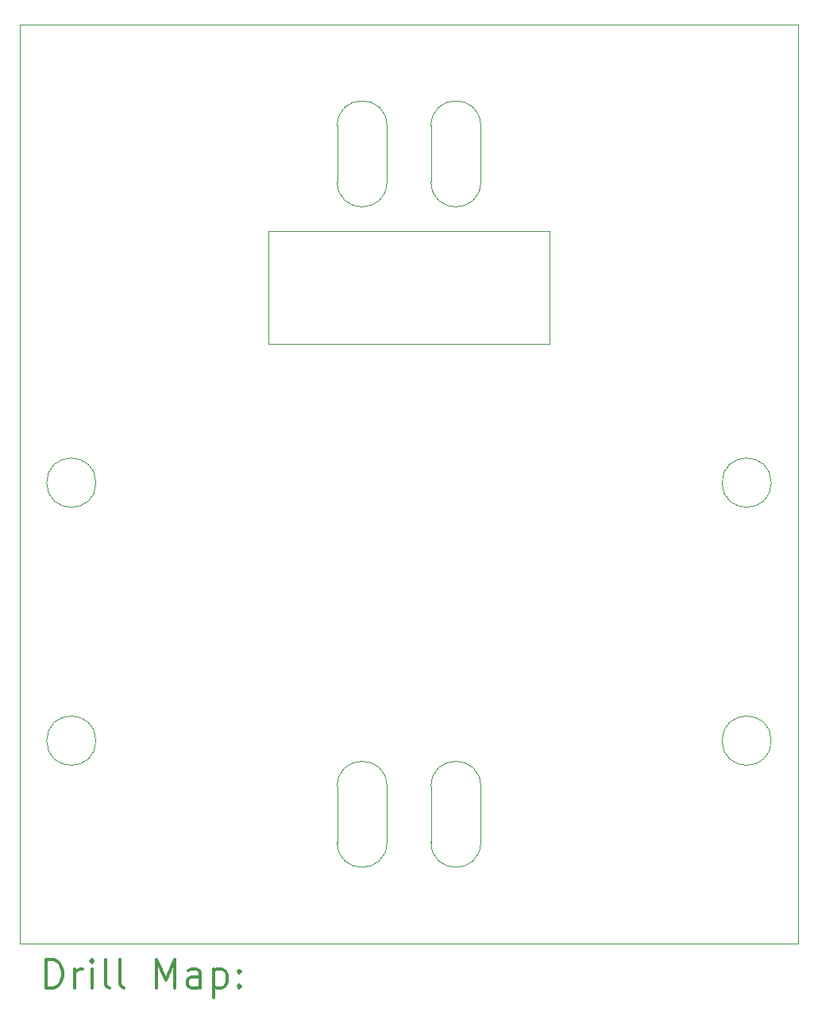
<source format=gbr>
%FSLAX45Y45*%
G04 Gerber Fmt 4.5, Leading zero omitted, Abs format (unit mm)*
G04 Created by KiCad (PCBNEW (5.1.10)-1) date 2022-05-09 18:00:20*
%MOMM*%
%LPD*%
G01*
G04 APERTURE LIST*
%TA.AperFunction,Profile*%
%ADD10C,0.050000*%
%TD*%
%ADD11C,0.200000*%
%ADD12C,0.300000*%
G04 APERTURE END LIST*
D10*
X12650000Y-8375000D02*
X12650000Y-7175000D01*
X15650000Y-8375000D02*
X12650000Y-8375000D01*
X15650000Y-7175000D02*
X15650000Y-8375000D01*
X12650000Y-7175000D02*
X15650000Y-7175000D01*
X14915000Y-13693000D02*
G75*
G02*
X14385000Y-13693000I-265000J0D01*
G01*
X14385000Y-13093000D02*
G75*
G02*
X14915000Y-13093000I265000J0D01*
G01*
X13915000Y-13693000D02*
G75*
G02*
X13385000Y-13693000I-265000J0D01*
G01*
X13385000Y-13093000D02*
G75*
G02*
X13915000Y-13093000I265000J0D01*
G01*
X14915000Y-6653000D02*
G75*
G02*
X14385000Y-6653000I-265000J0D01*
G01*
X14385000Y-6053000D02*
G75*
G02*
X14915000Y-6053000I265000J0D01*
G01*
X13915000Y-6653000D02*
G75*
G02*
X13385000Y-6653000I-265000J0D01*
G01*
X13385000Y-6053000D02*
G75*
G02*
X13915000Y-6053000I265000J0D01*
G01*
X14915000Y-13693000D02*
X14915000Y-13093000D01*
X14385000Y-13093000D02*
X14385000Y-13693000D01*
X13915000Y-13693000D02*
X13915000Y-13093000D01*
X13385000Y-13093000D02*
X13385000Y-13693000D01*
X14915000Y-6053000D02*
X14915000Y-6653000D01*
X14385000Y-6053000D02*
X14385000Y-6653000D01*
X13915000Y-6053000D02*
X13915000Y-6653000D01*
X13385000Y-6653000D02*
X13385000Y-6053000D01*
X18012500Y-9858000D02*
G75*
G03*
X18012500Y-9858000I-262500J0D01*
G01*
X18012500Y-12608000D02*
G75*
G03*
X18012500Y-12608000I-262500J0D01*
G01*
X10812500Y-12608000D02*
G75*
G03*
X10812500Y-12608000I-262500J0D01*
G01*
X10812500Y-9858000D02*
G75*
G03*
X10812500Y-9858000I-262500J0D01*
G01*
X18300000Y-4975000D02*
X10000000Y-4975000D01*
X18300000Y-14775000D02*
X18300000Y-4975000D01*
X10000000Y-14775000D02*
X18300000Y-14775000D01*
X10000000Y-4975000D02*
X10000000Y-14775000D01*
D11*
D12*
X10283928Y-15243214D02*
X10283928Y-14943214D01*
X10355357Y-14943214D01*
X10398214Y-14957500D01*
X10426786Y-14986071D01*
X10441071Y-15014643D01*
X10455357Y-15071786D01*
X10455357Y-15114643D01*
X10441071Y-15171786D01*
X10426786Y-15200357D01*
X10398214Y-15228929D01*
X10355357Y-15243214D01*
X10283928Y-15243214D01*
X10583928Y-15243214D02*
X10583928Y-15043214D01*
X10583928Y-15100357D02*
X10598214Y-15071786D01*
X10612500Y-15057500D01*
X10641071Y-15043214D01*
X10669643Y-15043214D01*
X10769643Y-15243214D02*
X10769643Y-15043214D01*
X10769643Y-14943214D02*
X10755357Y-14957500D01*
X10769643Y-14971786D01*
X10783928Y-14957500D01*
X10769643Y-14943214D01*
X10769643Y-14971786D01*
X10955357Y-15243214D02*
X10926786Y-15228929D01*
X10912500Y-15200357D01*
X10912500Y-14943214D01*
X11112500Y-15243214D02*
X11083928Y-15228929D01*
X11069643Y-15200357D01*
X11069643Y-14943214D01*
X11455357Y-15243214D02*
X11455357Y-14943214D01*
X11555357Y-15157500D01*
X11655357Y-14943214D01*
X11655357Y-15243214D01*
X11926786Y-15243214D02*
X11926786Y-15086071D01*
X11912500Y-15057500D01*
X11883928Y-15043214D01*
X11826786Y-15043214D01*
X11798214Y-15057500D01*
X11926786Y-15228929D02*
X11898214Y-15243214D01*
X11826786Y-15243214D01*
X11798214Y-15228929D01*
X11783928Y-15200357D01*
X11783928Y-15171786D01*
X11798214Y-15143214D01*
X11826786Y-15128929D01*
X11898214Y-15128929D01*
X11926786Y-15114643D01*
X12069643Y-15043214D02*
X12069643Y-15343214D01*
X12069643Y-15057500D02*
X12098214Y-15043214D01*
X12155357Y-15043214D01*
X12183928Y-15057500D01*
X12198214Y-15071786D01*
X12212500Y-15100357D01*
X12212500Y-15186071D01*
X12198214Y-15214643D01*
X12183928Y-15228929D01*
X12155357Y-15243214D01*
X12098214Y-15243214D01*
X12069643Y-15228929D01*
X12341071Y-15214643D02*
X12355357Y-15228929D01*
X12341071Y-15243214D01*
X12326786Y-15228929D01*
X12341071Y-15214643D01*
X12341071Y-15243214D01*
X12341071Y-15057500D02*
X12355357Y-15071786D01*
X12341071Y-15086071D01*
X12326786Y-15071786D01*
X12341071Y-15057500D01*
X12341071Y-15086071D01*
M02*

</source>
